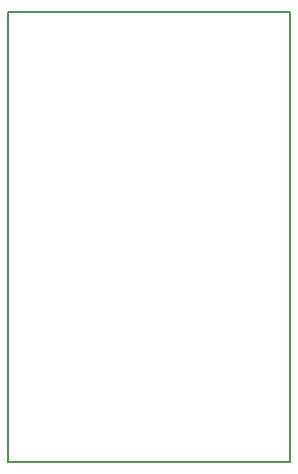
<source format=gko>
%FSLAX46Y46*%
G04 Gerber Fmt 4.6, Leading zero omitted, Abs format (unit mm)*
G04 Created by KiCad (PCBNEW (2014-jul-16 BZR unknown)-product) date Fri 10 Jul 2015 06:09:48 PM EDT*
%MOMM*%
G01*
G04 APERTURE LIST*
%ADD10C,0.100000*%
%ADD11C,0.150000*%
G04 APERTURE END LIST*
D10*
D11*
X194564000Y-131572000D02*
X194564000Y-93472000D01*
X170688000Y-131572000D02*
X194564000Y-131572000D01*
X170688000Y-93472000D02*
X170688000Y-131572000D01*
X194564000Y-93472000D02*
X170688000Y-93472000D01*
M02*

</source>
